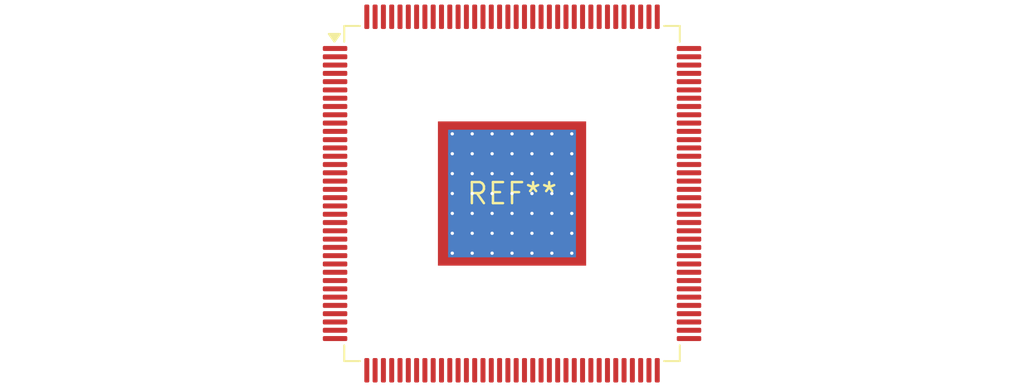
<source format=kicad_pcb>
(kicad_pcb (version 20240108) (generator pcbnew)
  (layers (0 "F.Cu" signal) (31 "B.Cu" signal) (34 "B.Paste" user) (35 "F.Paste" user) (36 "B.SilkS" user "B.Silkscreen") (37 "F.SilkS" user "F.Silkscreen") (38 "B.Mask" user) (39 "F.Mask" user) (44 "Edge.Cuts" user))
  (net 0 "")
  (footprint "EQFP-144-1EP_20x20mm_P0.5mm_EP8.93x8.7mm_ThermalVias" (layer "F.Cu") (at 0 0)
    (property "Reference" "REF**")
    (property "Value" "EQFP-144-1EP_20x20mm_P0.5mm_EP8.93x8.7mm_ThermalVias")
    (fp_line (start -10.11 -10.11) (end -10.11 -9.16) (layer "F.SilkS") (stroke (width 0.12)))
    (fp_line (start -10.11 10.11) (end -10.11 9.16) (layer "F.SilkS") (stroke (width 0.12)))
    (fp_line (start -9.16 -10.11) (end -10.11 -10.11) (layer "F.SilkS") (stroke (width 0.12)))
    (fp_line (start -9.16 10.11) (end -10.11 10.11) (layer "F.SilkS") (stroke (width 0.12)))
    (fp_line (start 9.16 -10.11) (end 10.11 -10.11) (layer "F.SilkS") (stroke (width 0.12)))
    (fp_line (start 9.16 10.11) (end 10.11 10.11) (layer "F.SilkS") (stroke (width 0.12)))
    (fp_line (start 10.11 -10.11) (end 10.11 -9.16) (layer "F.SilkS") (stroke (width 0.12)))
    (fp_line (start 10.11 10.11) (end 10.11 9.16) (layer "F.SilkS") (stroke (width 0.12)))
    (fp_poly (pts (xy -10.7 -9.16) (xy -11.04 -9.63) (xy -10.36 -9.63) (xy -10.7 -9.16)) (layer "F.SilkS") (stroke (width 0.12)) (fill solid))
    (pad "1" smd roundrect (at -10.6625 -8.75) (size 1.475 0.3) (layers "F.Cu" "F.Paste" "F.Mask"))
    (pad "2" smd roundrect (at -10.6625 -8.25) (size 1.475 0.3) (layers "F.Cu" "F.Paste" "F.Mask"))
    (pad "3" smd roundrect (at -10.6625 -7.75) (size 1.475 0.3) (layers "F.Cu" "F.Paste" "F.Mask"))
    (pad "4" smd roundrect (at -10.6625 -7.25) (size 1.475 0.3) (layers "F.Cu" "F.Paste" "F.Mask"))
    (pad "5" smd roundrect (at -10.6625 -6.75) (size 1.475 0.3) (layers "F.Cu" "F.Paste" "F.Mask"))
    (pad "6" smd roundrect (at -10.6625 -6.25) (size 1.475 0.3) (layers "F.Cu" "F.Paste" "F.Mask"))
    (pad "7" smd roundrect (at -10.6625 -5.75) (size 1.475 0.3) (layers "F.Cu" "F.Paste" "F.Mask"))
    (pad "8" smd roundrect (at -10.6625 -5.25) (size 1.475 0.3) (layers "F.Cu" "F.Paste" "F.Mask"))
    (pad "9" smd roundrect (at -10.6625 -4.75) (size 1.475 0.3) (layers "F.Cu" "F.Paste" "F.Mask"))
    (pad "10" smd roundrect (at -10.6625 -4.25) (size 1.475 0.3) (layers "F.Cu" "F.Paste" "F.Mask"))
    (pad "11" smd roundrect (at -10.6625 -3.75) (size 1.475 0.3) (layers "F.Cu" "F.Paste" "F.Mask"))
    (pad "12" smd roundrect (at -10.6625 -3.25) (size 1.475 0.3) (layers "F.Cu" "F.Paste" "F.Mask"))
    (pad "13" smd roundrect (at -10.6625 -2.75) (size 1.475 0.3) (layers "F.Cu" "F.Paste" "F.Mask"))
    (pad "14" smd roundrect (at -10.6625 -2.25) (size 1.475 0.3) (layers "F.Cu" "F.Paste" "F.Mask"))
    (pad "15" smd roundrect (at -10.6625 -1.75) (size 1.475 0.3) (layers "F.Cu" "F.Paste" "F.Mask"))
    (pad "16" smd roundrect (at -10.6625 -1.25) (size 1.475 0.3) (layers "F.Cu" "F.Paste" "F.Mask"))
    (pad "17" smd roundrect (at -10.6625 -0.75) (size 1.475 0.3) (layers "F.Cu" "F.Paste" "F.Mask"))
    (pad "18" smd roundrect (at -10.6625 -0.25) (size 1.475 0.3) (layers "F.Cu" "F.Paste" "F.Mask"))
    (pad "19" smd roundrect (at -10.6625 0.25) (size 1.475 0.3) (layers "F.Cu" "F.Paste" "F.Mask"))
    (pad "20" smd roundrect (at -10.6625 0.75) (size 1.475 0.3) (layers "F.Cu" "F.Paste" "F.Mask"))
    (pad "21" smd roundrect (at -10.6625 1.25) (size 1.475 0.3) (layers "F.Cu" "F.Paste" "F.Mask"))
    (pad "22" smd roundrect (at -10.6625 1.75) (size 1.475 0.3) (layers "F.Cu" "F.Paste" "F.Mask"))
    (pad "23" smd roundrect (at -10.6625 2.25) (size 1.475 0.3) (layers "F.Cu" "F.Paste" "F.Mask"))
    (pad "24" smd roundrect (at -10.6625 2.75) (size 1.475 0.3) (layers "F.Cu" "F.Paste" "F.Mask"))
    (pad "25" smd roundrect (at -10.6625 3.25) (size 1.475 0.3) (layers "F.Cu" "F.Paste" "F.Mask"))
    (pad "26" smd roundrect (at -10.6625 3.75) (size 1.475 0.3) (layers "F.Cu" "F.Paste" "F.Mask"))
    (pad "27" smd roundrect (at -10.6625 4.25) (size 1.475 0.3) (layers "F.Cu" "F.Paste" "F.Mask"))
    (pad "28" smd roundrect (at -10.6625 4.75) (size 1.475 0.3) (layers "F.Cu" "F.Paste" "F.Mask"))
    (pad "29" smd roundrect (at -10.6625 5.25) (size 1.475 0.3) (layers "F.Cu" "F.Paste" "F.Mask"))
    (pad "30" smd roundrect (at -10.6625 5.75) (size 1.475 0.3) (layers "F.Cu" "F.Paste" "F.Mask"))
    (pad "31" smd roundrect (at -10.6625 6.25) (size 1.475 0.3) (layers "F.Cu" "F.Paste" "F.Mask"))
    (pad "32" smd roundrect (at -10.6625 6.75) (size 1.475 0.3) (layers "F.Cu" "F.Paste" "F.Mask"))
    (pad "33" smd roundrect (at -10.6625 7.25) (size 1.475 0.3) (layers "F.Cu" "F.Paste" "F.Mask"))
    (pad "34" smd roundrect (at -10.6625 7.75) (size 1.475 0.3) (layers "F.Cu" "F.Paste" "F.Mask"))
    (pad "35" smd roundrect (at -10.6625 8.25) (size 1.475 0.3) (layers "F.Cu" "F.Paste" "F.Mask"))
    (pad "36" smd roundrect (at -10.6625 8.75) (size 1.475 0.3) (layers "F.Cu" "F.Paste" "F.Mask"))
    (pad "37" smd roundrect (at -8.75 10.6625) (size 0.3 1.475) (layers "F.Cu" "F.Paste" "F.Mask"))
    (pad "38" smd roundrect (at -8.25 10.6625) (size 0.3 1.475) (layers "F.Cu" "F.Paste" "F.Mask"))
    (pad "39" smd roundrect (at -7.75 10.6625) (size 0.3 1.475) (layers "F.Cu" "F.Paste" "F.Mask"))
    (pad "40" smd roundrect (at -7.25 10.6625) (size 0.3 1.475) (layers "F.Cu" "F.Paste" "F.Mask"))
    (pad "41" smd roundrect (at -6.75 10.6625) (size 0.3 1.475) (layers "F.Cu" "F.Paste" "F.Mask"))
    (pad "42" smd roundrect (at -6.25 10.6625) (size 0.3 1.475) (layers "F.Cu" "F.Paste" "F.Mask"))
    (pad "43" smd roundrect (at -5.75 10.6625) (size 0.3 1.475) (layers "F.Cu" "F.Paste" "F.Mask"))
    (pad "44" smd roundrect (at -5.25 10.6625) (size 0.3 1.475) (layers "F.Cu" "F.Paste" "F.Mask"))
    (pad "45" smd roundrect (at -4.75 10.6625) (size 0.3 1.475) (layers "F.Cu" "F.Paste" "F.Mask"))
    (pad "46" smd roundrect (at -4.25 10.6625) (size 0.3 1.475) (layers "F.Cu" "F.Paste" "F.Mask"))
    (pad "47" smd roundrect (at -3.75 10.6625) (size 0.3 1.475) (layers "F.Cu" "F.Paste" "F.Mask"))
    (pad "48" smd roundrect (at -3.25 10.6625) (size 0.3 1.475) (layers "F.Cu" "F.Paste" "F.Mask"))
    (pad "49" smd roundrect (at -2.75 10.6625) (size 0.3 1.475) (layers "F.Cu" "F.Paste" "F.Mask"))
    (pad "50" smd roundrect (at -2.25 10.6625) (size 0.3 1.475) (layers "F.Cu" "F.Paste" "F.Mask"))
    (pad "51" smd roundrect (at -1.75 10.6625) (size 0.3 1.475) (layers "F.Cu" "F.Paste" "F.Mask"))
    (pad "52" smd roundrect (at -1.25 10.6625) (size 0.3 1.475) (layers "F.Cu" "F.Paste" "F.Mask"))
    (pad "53" smd roundrect (at -0.75 10.6625) (size 0.3 1.475) (layers "F.Cu" "F.Paste" "F.Mask"))
    (pad "54" smd roundrect (at -0.25 10.6625) (size 0.3 1.475) (layers "F.Cu" "F.Paste" "F.Mask"))
    (pad "55" smd roundrect (at 0.25 10.6625) (size 0.3 1.475) (layers "F.Cu" "F.Paste" "F.Mask"))
    (pad "56" smd roundrect (at 0.75 10.6625) (size 0.3 1.475) (layers "F.Cu" "F.Paste" "F.Mask"))
    (pad "57" smd roundrect (at 1.25 10.6625) (size 0.3 1.475) (layers "F.Cu" "F.Paste" "F.Mask"))
    (pad "58" smd roundrect (at 1.75 10.6625) (size 0.3 1.475) (layers "F.Cu" "F.Paste" "F.Mask"))
    (pad "59" smd roundrect (at 2.25 10.6625) (size 0.3 1.475) (layers "F.Cu" "F.Paste" "F.Mask"))
    (pad "60" smd roundrect (at 2.75 10.6625) (size 0.3 1.475) (layers "F.Cu" "F.Paste" "F.Mask"))
    (pad "61" smd roundrect (at 3.25 10.6625) (size 0.3 1.475) (layers "F.Cu" "F.Paste" "F.Mask"))
    (pad "62" smd roundrect (at 3.75 10.6625) (size 0.3 1.475) (layers "F.Cu" "F.Paste" "F.Mask"))
    (pad "63" smd roundrect (at 4.25 10.6625) (size 0.3 1.475) (layers "F.Cu" "F.Paste" "F.Mask"))
    (pad "64" smd roundrect (at 4.75 10.6625) (size 0.3 1.475) (layers "F.Cu" "F.Paste" "F.Mask"))
    (pad "65" smd roundrect (at 5.25 10.6625) (size 0.3 1.475) (layers "F.Cu" "F.Paste" "F.Mask"))
    (pad "66" smd roundrect (at 5.75 10.6625) (size 0.3 1.475) (layers "F.Cu" "F.Paste" "F.Mask"))
    (pad "67" smd roundrect (at 6.25 10.6625) (size 0.3 1.475) (layers "F.Cu" "F.Paste" "F.Mask"))
    (pad "68" smd roundrect (at 6.75 10.6625) (size 0.3 1.475) (layers "F.Cu" "F.Paste" "F.Mask"))
    (pad "69" smd roundrect (at 7.25 10.6625) (size 0.3 1.475) (layers "F.Cu" "F.Paste" "F.Mask"))
    (pad "70" smd roundrect (at 7.75 10.6625) (size 0.3 1.475) (layers "F.Cu" "F.Paste" "F.Mask"))
    (pad "71" smd roundrect (at 8.25 10.6625) (size 0.3 1.475) (layers "F.Cu" "F.Paste" "F.Mask"))
    (pad "72" smd roundrect (at 8.75 10.6625) (size 0.3 1.475) (layers "F.Cu" "F.Paste" "F.Mask"))
    (pad "73" smd roundrect (at 10.6625 8.75) (size 1.475 0.3) (layers "F.Cu" "F.Paste" "F.Mask"))
    (pad "74" smd roundrect (at 10.6625 8.25) (size 1.475 0.3) (layers "F.Cu" "F.Paste" "F.Mask"))
    (pad "75" smd roundrect (at 10.6625 7.75) (size 1.475 0.3) (layers "F.Cu" "F.Paste" "F.Mask"))
    (pad "76" smd roundrect (at 10.6625 7.25) (size 1.475 0.3) (layers "F.Cu" "F.Paste" "F.Mask"))
    (pad "77" smd roundrect (at 10.6625 6.75) (size 1.475 0.3) (layers "F.Cu" "F.Paste" "F.Mask"))
    (pad "78" smd roundrect (at 10.6625 6.25) (size 1.475 0.3) (layers "F.Cu" "F.Paste" "F.Mask"))
    (pad "79" smd roundrect (at 10.6625 5.75) (size 1.475 0.3) (layers "F.Cu" "F.Paste" "F.Mask"))
    (pad "80" smd roundrect (at 10.6625 5.25) (size 1.475 0.3) (layers "F.Cu" "F.Paste" "F.Mask"))
    (pad "81" smd roundrect (at 10.6625 4.75) (size 1.475 0.3) (layers "F.Cu" "F.Paste" "F.Mask"))
    (pad "82" smd roundrect (at 10.6625 4.25) (size 1.475 0.3) (layers "F.Cu" "F.Paste" "F.Mask"))
    (pad "83" smd roundrect (at 10.6625 3.75) (size 1.475 0.3) (layers "F.Cu" "F.Paste" "F.Mask"))
    (pad "84" smd roundrect (at 10.6625 3.25) (size 1.475 0.3) (layers "F.Cu" "F.Paste" "F.Mask"))
    (pad "85" smd roundrect (at 10.6625 2.75) (size 1.475 0.3) (layers "F.Cu" "F.Paste" "F.Mask"))
    (pad "86" smd roundrect (at 10.6625 2.25) (size 1.475 0.3) (layers "F.Cu" "F.Paste" "F.Mask"))
    (pad "87" smd roundrect (at 10.6625 1.75) (size 1.475 0.3) (layers "F.Cu" "F.Paste" "F.Mask"))
    (pad "88" smd roundrect (at 10.6625 1.25) (size 1.475 0.3) (layers "F.Cu" "F.Paste" "F.Mask"))
    (pad "89" smd roundrect (at 10.6625 0.75) (size 1.475 0.3) (layers "F.Cu" "F.Paste" "F.Mask"))
    (pad "90" smd roundrect (at 10.6625 0.25) (size 1.475 0.3) (layers "F.Cu" "F.Paste" "F.Mask"))
    (pad "91" smd roundrect (at 10.6625 -0.25) (size 1.475 0.3) (layers "F.Cu" "F.Paste" "F.Mask"))
    (pad "92" smd roundrect (at 10.6625 -0.75) (size 1.475 0.3) (layers "F.Cu" "F.Paste" "F.Mask"))
    (pad "93" smd roundrect (at 10.6625 -1.25) (size 1.475 0.3) (layers "F.Cu" "F.Paste" "F.Mask"))
    (pad "94" smd roundrect (at 10.6625 -1.75) (size 1.475 0.3) (layers "F.Cu" "F.Paste" "F.Mask"))
    (pad "95" smd roundrect (at 10.6625 -2.25) (size 1.475 0.3) (layers "F.Cu" "F.Paste" "F.Mask"))
    (pad "96" smd roundrect (at 10.6625 -2.75) (size 1.475 0.3) (layers "F.Cu" "F.Paste" "F.Mask"))
    (pad "97" smd roundrect (at 10.6625 -3.25) (size 1.475 0.3) (layers "F.Cu" "F.Paste" "F.Mask"))
    (pad "98" smd roundrect (at 10.6625 -3.75) (size 1.475 0.3) (layers "F.Cu" "F.Paste" "F.Mask"))
    (pad "99" smd roundrect (at 10.6625 -4.25) (size 1.475 0.3) (layers "F.Cu" "F.Paste" "F.Mask"))
    (pad "100" smd roundrect (at 10.6625 -4.75) (size 1.475 0.3) (layers "F.Cu" "F.Paste" "F.Mask"))
    (pad "101" smd roundrect (at 10.6625 -5.25) (size 1.475 0.3) (layers "F.Cu" "F.Paste" "F.Mask"))
    (pad "102" smd roundrect (at 10.6625 -5.75) (size 1.475 0.3) (layers "F.Cu" "F.Paste" "F.Mask"))
    (pad "103" smd roundrect (at 10.6625 -6.25) (size 1.475 0.3) (layers "F.Cu" "F.Paste" "F.Mask"))
    (pad "104" smd roundrect (at 10.6625 -6.75) (size 1.475 0.3) (layers "F.Cu" "F.Paste" "F.Mask"))
    (pad "105" smd roundrect (at 10.6625 -7.25) (size 1.475 0.3) (layers "F.Cu" "F.Paste" "F.Mask"))
    (pad "106" smd roundrect (at 10.6625 -7.75) (size 1.475 0.3) (layers "F.Cu" "F.Paste" "F.Mask"))
    (pad "107" smd roundrect (at 10.6625 -8.25) (size 1.475 0.3) (layers "F.Cu" "F.Paste" "F.Mask"))
    (pad "108" smd roundrect (at 10.6625 -8.75) (size 1.475 0.3) (layers "F.Cu" "F.Paste" "F.Mask"))
    (pad "109" smd roundrect (at 8.75 -10.6625) (size 0.3 1.475) (layers "F.Cu" "F.Paste" "F.Mask"))
    (pad "110" smd roundrect (at 8.25 -10.6625) (size 0.3 1.475) (layers "F.Cu" "F.Paste" "F.Mask"))
    (pad "111" smd roundrect (at 7.75 -10.6625) (size 0.3 1.475) (layers "F.Cu" "F.Paste" "F.Mask"))
    (pad "112" smd roundrect (at 7.25 -10.6625) (size 0.3 1.475) (layers "F.Cu" "F.Paste" "F.Mask"))
    (pad "113" smd roundrect (at 6.75 -10.6625) (size 0.3 1.475) (layers "F.Cu" "F.Paste" "F.Mask"))
    (pad "114" smd roundrect (at 6.25 -10.6625) (size 0.3 1.475) (layers "F.Cu" "F.Paste" "F.Mask"))
    (pad "115" smd roundrect (at 5.75 -10.6625) (size 0.3 1.475) (layers "F.Cu" "F.Paste" "F.Mask"))
    (pad "116" smd roundrect (at 5.25 -10.6625) (size 0.3 1.475) (layers "F.Cu" "F.Paste" "F.Mask"))
    (pad "117" smd roundrect (at 4.75 -10.6625) (size 0.3 1.475) (layers "F.Cu" "F.Paste" "F.Mask"))
    (pad "118" smd roundrect (at 4.25 -10.6625) (size 0.3 1.475) (layers "F.Cu" "F.Paste" "F.Mask"))
    (pad "119" smd roundrect (at 3.75 -10.6625) (size 0.3 1.475) (layers "F.Cu" "F.Paste" "F.Mask"))
    (pad "120" smd roundrect (at 3.25 -10.6625) (size 0.3 1.475) (layers "F.Cu" "F.Paste" "F.Mask"))
    (pad "121" smd roundrect (at 2.75 -10.6625) (size 0.3 1.475) (layers "F.Cu" "F.Paste" "F.Mask"))
    (pad "122" smd roundrect (at 2.25 -10.6625) (size 0.3 1.475) (layers "F.Cu" "F.Paste" "F.Mask"))
    (pad "123" smd roundrect (at 1.75 -10.6625) (size 0.3 1.475) (layers "F.Cu" "F.Paste" "F.Mask"))
    (pad "124" smd roundrect (at 1.25 -10.6625) (size 0.3 1.475) (layers "F.Cu" "F.Paste" "F.Mask"))
    (pad "125" smd roundrect (at 0.75 -10.6625) (size 0.3 1.475) (layers "F.Cu" "F.Paste" "F.Mask"))
    (pad "126" smd roundrect (at 0.25 -10.6625) (size 0.3 1.475) (layers "F.Cu" "F.Paste" "F.Mask"))
    (pad "127" smd roundrect (at -0.25 -10.6625) (size 0.3 1.475) (layers "F.Cu" "F.Paste" "F.Mask"))
    (pad "128" smd roundrect (at -0.75 -10.6625) (size 0.3 1.475) (layers "F.Cu" "F.Paste" "F.Mask"))
    (pad "129" smd roundrect (at -1.25 -10.6625) (size 0.3 1.475) (layers "F.Cu" "F.Paste" "F.Mask"))
    (pad "130" smd roundrect (at -1.75 -10.6625) (size 0.3 1.475) (layers "F.Cu" "F.Paste" "F.Mask"))
    (pad "131" smd roundrect (at -2.25 -10.6625) (size 0.3 1.475) (layers "F.Cu" "F.Paste" "F.Mask"))
    (pad "132" smd roundrect (at -2.75 -10.6625) (size 0.3 1.475) (layers "F.Cu" "F.Paste" "F.Mask"))
    (pad "133" smd roundrect (at -3.25 -10.6625) (size 0.3 1.475) (layers "F.Cu" "F.Paste" "F.Mask"))
    (pad "134" smd roundrect (at -3.75 -10.6625) (size 0.3 1.475) (layers "F.Cu" "F.Paste" "F.Mask"))
    (pad "135" smd roundrect (at -4.25 -10.6625) (size 0.3 1.475) (layers "F.Cu" "F.Paste" "F.Mask"))
    (pad "136" smd roundrect (at -4.75 -10.6625) (size 0.3 1.475) (layers "F.Cu" "F.Paste" "F.Mask"))
    (pad "137" smd roundrect (at -5.25 -10.6625) (size 0.3 1.475) (layers "F.Cu" "F.Paste" "F.Mask"))
    (pad "138" smd roundrect (at -5.75 -10.6625) (size 0.3 1.475) (layers "F.Cu" "F.Paste" "F.Mask"))
    (pad "139" smd roundrect (at -6.25 -10.6625) (size 0.3 1.475) (layers "F.Cu" "F.Paste" "F.Mask"))
    (pad "140" smd roundrect (at -6.75 -10.6625) (size 0.3 1.475) (layers "F.Cu" "F.Paste" "F.Mask"))
    (pad "141" smd roundrect (at -7.25 -10.6625) (size 0.3 1.475) (layers "F.Cu" "F.Paste" "F.Mask"))
    (pad "142" smd roundrect (at -7.75 -10.6625) (size 0.3 1.475) (layers "F.Cu" "F.Paste" "F.Mask"))
    (pad "143" smd roundrect (at -8.25 -10.6625) (size 0.3 1.475) (layers "F.Cu" "F.Paste" "F.Mask"))
    (pad "144" smd roundrect (at -8.75 -10.6625) (size 0.3 1.475) (layers "F.Cu" "F.Paste" "F.Mask"))
    (pad "145" thru_hole circle (at -3.6 -3.6) (size 0.5 0.5) (drill 0.2) (property pad_prop_heatsink) (layers *.Cu) (remove_unused_layers))
    (pad "145" thru_hole circle (at -3.6 -2.4) (size 0.5 0.5) (drill 0.2) (property pad_prop_heatsink) (layers *.Cu) (remove_unused_layers))
    (pad "145" thru_hole circle (at -3.6 -1.2) (size 0.5 0.5) (drill 0.2) (property pad_prop_heatsink) (layers *.Cu) (remove_unused_layers))
    (pad "145" thru_hole circle (at -3.6 0) (size 0.5 0.5) (drill 0.2) (property pad_prop_heatsink) (layers *.Cu) (remove_unused_layers))
    (pad "145" thru_hole circle (at -3.6 1.2) (size 0.5 0.5) (drill 0.2) (property pad_prop_heatsink) (layers *.Cu) (remove_unused_layers))
    (pad "145" thru_hole circle (at -3.6 2.4) (size 0.5 0.5) (drill 0.2) (property pad_prop_heatsink) (layers *.Cu) (remove_unused_layers))
    (pad "145" thru_hole circle (at -3.6 3.6) (size 0.5 0.5) (drill 0.2) (property pad_prop_heatsink) (layers *.Cu) (remove_unused_layers))
    (pad "145" thru_hole circle (at -2.4 -3.6) (size 0.5 0.5) (drill 0.2) (property pad_prop_heatsink) (layers *.Cu) (remove_unused_layers))
    (pad "145" thru_hole circle (at -2.4 -2.4) (size 0.5 0.5) (drill 0.2) (property pad_prop_heatsink) (layers *.Cu) (remove_unused_layers))
    (pad "145" thru_hole circle (at -2.4 -1.2) (size 0.5 0.5) (drill 0.2) (property pad_prop_heatsink) (layers *.Cu) (remove_unused_layers))
    (pad "145" thru_hole circle (at -2.4 0) (size 0.5 0.5) (drill 0.2) (property pad_prop_heatsink) (layers *.Cu) (remove_unused_layers))
    (pad "145" thru_hole circle (at -2.4 1.2) (size 0.5 0.5) (drill 0.2) (property pad_prop_heatsink) (layers *.Cu) (remove_unused_layers))
    (pad "145" thru_hole circle (at -2.4 2.4) (size 0.5 0.5) (drill 0.2) (property pad_prop_heatsink) (layers *.Cu) (remove_unused_layers))
    (pad "145" thru_hole circle (at -2.4 3.6) (size 0.5 0.5) (drill 0.2) (property pad_prop_heatsink) (layers *.Cu) (remove_unused_layers))
    (pad "145" thru_hole circle (at -1.2 -3.6) (size 0.5 0.5) (drill 0.2) (property pad_prop_heatsink) (layers *.Cu) (remove_unused_layers))
    (pad "145" thru_hole circle (at -1.2 -2.4) (size 0.5 0.5) (drill 0.2) (property pad_prop_heatsink) (layers *.Cu) (remove_unused_layers))
    (pad "145" thru_hole circle (at -1.2 -1.2) (size 0.5 0.5) (drill 0.2) (property pad_prop_heatsink) (layers *.Cu) (remove_unused_layers))
    (pad "145" thru_hole circle (at -1.2 0) (size 0.5 0.5) (drill 0.2) (property pad_prop_heatsink) (layers *.Cu) (remove_unused_layers))
    (pad "145" thru_hole circle (at -1.2 1.2) (size 0.5 0.5) (drill 0.2) (property pad_prop_heatsink) (layers *.Cu) (remove_unused_layers))
    (pad "145" thru_hole circle (at -1.2 2.4) (size 0.5 0.5) (drill 0.2) (property pad_prop_heatsink) (layers *.Cu) (remove_unused_layers))
    (pad "145" thru_hole circle (at -1.2 3.6) (size 0.5 0.5) (drill 0.2) (property pad_prop_heatsink) (layers *.Cu) (remove_unused_layers))
    (pad "145" thru_hole circle (at 0 -3.6) (size 0.5 0.5) (drill 0.2) (property pad_prop_heatsink) (layers *.Cu) (remove_unused_layers))
    (pad "145" thru_hole circle (at 0 -2.4) (size 0.5 0.5) (drill 0.2) (property pad_prop_heatsink) (layers *.Cu) (remove_unused_layers))
    (pad "145" thru_hole circle (at 0 -1.2) (size 0.5 0.5) (drill 0.2) (property pad_prop_heatsink) (layers *.Cu) (remove_unused_layers))
    (pad "145" thru_hole circle (at 0 0) (size 0.5 0.5) (drill 0.2) (property pad_prop_heatsink) (layers *.Cu) (remove_unused_layers))
    (pad "145" smd rect (at 0 0) (size 7.7 7.7) (property pad_prop_heatsink) (layers "B.Cu"))
    (pad "145" smd rect (at 0 0) (size 8.93 8.7) (property pad_prop_heatsink) (layers "F.Cu" "F.Mask"))
    (pad "145" thru_hole circle (at 0 1.2) (size 0.5 0.5) (drill 0.2) (property pad_prop_heatsink) (layers *.Cu) (remove_unused_layers))
    (pad "145" thru_hole circle (at 0 2.4) (size 0.5 0.5) (drill 0.2) (property pad_prop_heatsink) (layers *.Cu) (remove_unused_layers))
    (pad "145" thru_hole circle (at 0 3.6) (size 0.5 0.5) (drill 0.2) (property pad_prop_heatsink) (layers *.Cu) (remove_unused_layers))
    (pad "145" thru_hole circle (at 1.2 -3.6) (size 0.5 0.5) (drill 0.2) (property pad_prop_heatsink) (layers *.Cu) (remove_unused_layers))
    (pad "145" thru_hole circle (at 1.2 -2.4) (size 0.5 0.5) (drill 0.2) (property pad_prop_heatsink) (layers *.Cu) (remove_unused_layers))
    (pad "145" thru_hole circle (at 1.2 -1.2) (size 0.5 0.5) (drill 0.2) (property pad_prop_heatsink) (layers *.Cu) (remove_unused_layers))
    (pad "145" thru_hole circle (at 1.2 0) (size 0.5 0.5) (drill 0.2) (property pad_prop_heatsink) (layers *.Cu) (remove_unused_layers))
    (pad "145" thru_hole circle (at 1.2 1.2) (size 0.5 0.5) (drill 0.2) (property pad_prop_heatsink) (layers *.Cu) (remove_unused_layers))
    (pad "145" thru_hole circle (at 1.2 2.4) (size 0.5 0.5) (drill 0.2) (property pad_prop_heatsink) (layers *.Cu) (remove_unused_layers))
    (pad "145" thru_hole circle (at 1.2 3.6) (size 0.5 0.5) (drill 0.2) (property pad_prop_heatsink) (layers *.Cu) (remove_unused_layers))
    (pad "145" thru_hole circle (at 2.4 -3.6) (size 0.5 0.5) (drill 0.2) (property pad_prop_heatsink) (layers *.Cu) (remove_unused_layers))
    (pad "145" thru_hole circle (at 2.4 -2.4) (size 0.5 0.5) (drill 0.2) (property pad_prop_heatsink) (layers *.Cu) (remove_unused_layers))
    (pad "145" thru_hole circle (at 2.4 -1.2) (size 0.5 0.5) (drill 0.2) (property pad_prop_heatsink) (layers *.Cu) (remove_unused_layers))
    (pad "145" thru_hole circle (at 2.4 0) (size 0.5 0.5) (drill 0.2) (property pad_prop_heatsink) (layers *.Cu) (remove_unused_layers))
    (pad "145" thru_hole circle (at 2.4 1.2) (size 0.5 0.5) (drill 0.2) (property pad_prop_heatsink) (layers *.Cu) (remove_unused_layers))
    (pad "145" thru_hole circle (at 2.4 2.4) (size 0.5 0.5) (drill 0.2) (property pad_prop_heatsink) (layers *.Cu) (remove_unused_layers))
    (pad "145" thru_hole circle (at 2.4 3.6) (size 0.5 0.5) (drill 0.2) (property pad_prop_heatsink) (layers *.Cu) (remove_unused_layers))
    (pad "145" thru_hole circle (at 3.6 -3.6) (size 0.5 0.5) (drill 0.2) (property pad_prop_heatsink) (layers *.Cu) (remove_unused_layers))
    (pad "145" thru_hole circle (at 3.6 -2.4) (size 0.5 0.5) (drill 0.2) (property pad_prop_heatsink) (layers *.Cu) (remove_unused_layers))
    (pad "145" thru_hole circle (at 3.6 -1.2) (size 0.5 0.5) (drill 0.2) (property pad_prop_heatsink) (layers *.Cu) (remove_unused_layers))
    (pad "145" thru_hole circle (at 3.6 0) (size 0.5 0.5) (drill 0.2) (property pad_prop_heatsink) (layers *.Cu) (remove_unused_layers))
    (pad "145" thru_hole circle (at 3.6 1.2) (size 0.5 0.5) (drill 0.2) (property pad_prop_heatsink) (layers *.Cu) (remove_unused_layers))
    (pad "145" thru_hole circle (at 3.6 2.4) (size 0.5 0.5) (drill 0.2) (property pad_prop_heatsink) (layers *.Cu) (remove_unused_layers))
    (pad "145" thru_hole circle (at 3.6 3.6) (size 0.5 0.5) (drill 0.2) (property pad_prop_heatsink) (layers *.Cu) (remove_unused_layers))
  )
)
</source>
